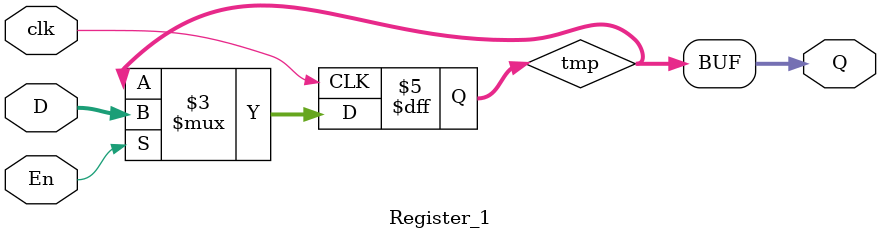
<source format=v>
`timescale 1ns / 1ps



module Register_1(
    
    input clk,
    input [7:0] D,
    input En,
    output [7:0] Q
    
    );
    
    
    
    reg [7:0] tmp;

always @ (posedge(clk)) begin

    if (En == 1) tmp <= D;

end
    
assign Q = tmp;    
    
endmodule

</source>
